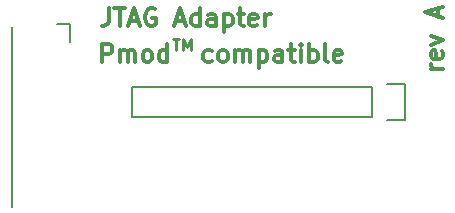
<source format=gbr>
G04 #@! TF.FileFunction,Legend,Top*
%FSLAX46Y46*%
G04 Gerber Fmt 4.6, Leading zero omitted, Abs format (unit mm)*
G04 Created by KiCad (PCBNEW 0.201512211246+6391~39~ubuntu15.04.1-stable) date Do 31 Dez 2015 10:57:25 CET*
%MOMM*%
G01*
G04 APERTURE LIST*
%ADD10C,0.100000*%
%ADD11C,0.300000*%
%ADD12C,0.250000*%
%ADD13C,0.150000*%
G04 APERTURE END LIST*
D10*
D11*
X167302571Y-102611713D02*
X166302571Y-102611713D01*
X166588286Y-102611713D02*
X166445429Y-102540285D01*
X166374000Y-102468856D01*
X166302571Y-102325999D01*
X166302571Y-102183142D01*
X167231143Y-101111714D02*
X167302571Y-101254571D01*
X167302571Y-101540285D01*
X167231143Y-101683142D01*
X167088286Y-101754571D01*
X166516857Y-101754571D01*
X166374000Y-101683142D01*
X166302571Y-101540285D01*
X166302571Y-101254571D01*
X166374000Y-101111714D01*
X166516857Y-101040285D01*
X166659714Y-101040285D01*
X166802571Y-101754571D01*
X166302571Y-100540285D02*
X167302571Y-100183142D01*
X166302571Y-99826000D01*
X166874000Y-98183143D02*
X166874000Y-97468857D01*
X167302571Y-98326000D02*
X165802571Y-97826000D01*
X167302571Y-97326000D01*
X147729429Y-101953143D02*
X147586572Y-102024571D01*
X147300858Y-102024571D01*
X147158000Y-101953143D01*
X147086572Y-101881714D01*
X147015143Y-101738857D01*
X147015143Y-101310286D01*
X147086572Y-101167429D01*
X147158000Y-101096000D01*
X147300858Y-101024571D01*
X147586572Y-101024571D01*
X147729429Y-101096000D01*
X148586572Y-102024571D02*
X148443714Y-101953143D01*
X148372286Y-101881714D01*
X148300857Y-101738857D01*
X148300857Y-101310286D01*
X148372286Y-101167429D01*
X148443714Y-101096000D01*
X148586572Y-101024571D01*
X148800857Y-101024571D01*
X148943714Y-101096000D01*
X149015143Y-101167429D01*
X149086572Y-101310286D01*
X149086572Y-101738857D01*
X149015143Y-101881714D01*
X148943714Y-101953143D01*
X148800857Y-102024571D01*
X148586572Y-102024571D01*
X149729429Y-102024571D02*
X149729429Y-101024571D01*
X149729429Y-101167429D02*
X149800857Y-101096000D01*
X149943715Y-101024571D01*
X150158000Y-101024571D01*
X150300857Y-101096000D01*
X150372286Y-101238857D01*
X150372286Y-102024571D01*
X150372286Y-101238857D02*
X150443715Y-101096000D01*
X150586572Y-101024571D01*
X150800857Y-101024571D01*
X150943715Y-101096000D01*
X151015143Y-101238857D01*
X151015143Y-102024571D01*
X151729429Y-101024571D02*
X151729429Y-102524571D01*
X151729429Y-101096000D02*
X151872286Y-101024571D01*
X152158000Y-101024571D01*
X152300857Y-101096000D01*
X152372286Y-101167429D01*
X152443715Y-101310286D01*
X152443715Y-101738857D01*
X152372286Y-101881714D01*
X152300857Y-101953143D01*
X152158000Y-102024571D01*
X151872286Y-102024571D01*
X151729429Y-101953143D01*
X153729429Y-102024571D02*
X153729429Y-101238857D01*
X153658000Y-101096000D01*
X153515143Y-101024571D01*
X153229429Y-101024571D01*
X153086572Y-101096000D01*
X153729429Y-101953143D02*
X153586572Y-102024571D01*
X153229429Y-102024571D01*
X153086572Y-101953143D01*
X153015143Y-101810286D01*
X153015143Y-101667429D01*
X153086572Y-101524571D01*
X153229429Y-101453143D01*
X153586572Y-101453143D01*
X153729429Y-101381714D01*
X154229429Y-101024571D02*
X154800858Y-101024571D01*
X154443715Y-100524571D02*
X154443715Y-101810286D01*
X154515143Y-101953143D01*
X154658001Y-102024571D01*
X154800858Y-102024571D01*
X155300858Y-102024571D02*
X155300858Y-101024571D01*
X155300858Y-100524571D02*
X155229429Y-100596000D01*
X155300858Y-100667429D01*
X155372286Y-100596000D01*
X155300858Y-100524571D01*
X155300858Y-100667429D01*
X156015144Y-102024571D02*
X156015144Y-100524571D01*
X156015144Y-101096000D02*
X156158001Y-101024571D01*
X156443715Y-101024571D01*
X156586572Y-101096000D01*
X156658001Y-101167429D01*
X156729430Y-101310286D01*
X156729430Y-101738857D01*
X156658001Y-101881714D01*
X156586572Y-101953143D01*
X156443715Y-102024571D01*
X156158001Y-102024571D01*
X156015144Y-101953143D01*
X157586573Y-102024571D02*
X157443715Y-101953143D01*
X157372287Y-101810286D01*
X157372287Y-100524571D01*
X158729429Y-101953143D02*
X158586572Y-102024571D01*
X158300858Y-102024571D01*
X158158001Y-101953143D01*
X158086572Y-101810286D01*
X158086572Y-101238857D01*
X158158001Y-101096000D01*
X158300858Y-101024571D01*
X158586572Y-101024571D01*
X158729429Y-101096000D01*
X158800858Y-101238857D01*
X158800858Y-101381714D01*
X158086572Y-101524571D01*
D12*
X144430857Y-100036381D02*
X145002286Y-100036381D01*
X144716571Y-101036381D02*
X144716571Y-100036381D01*
X145335619Y-101036381D02*
X145335619Y-100036381D01*
X145668953Y-100750667D01*
X146002286Y-100036381D01*
X146002286Y-101036381D01*
D11*
X138474000Y-102024571D02*
X138474000Y-100524571D01*
X139045428Y-100524571D01*
X139188286Y-100596000D01*
X139259714Y-100667429D01*
X139331143Y-100810286D01*
X139331143Y-101024571D01*
X139259714Y-101167429D01*
X139188286Y-101238857D01*
X139045428Y-101310286D01*
X138474000Y-101310286D01*
X139974000Y-102024571D02*
X139974000Y-101024571D01*
X139974000Y-101167429D02*
X140045428Y-101096000D01*
X140188286Y-101024571D01*
X140402571Y-101024571D01*
X140545428Y-101096000D01*
X140616857Y-101238857D01*
X140616857Y-102024571D01*
X140616857Y-101238857D02*
X140688286Y-101096000D01*
X140831143Y-101024571D01*
X141045428Y-101024571D01*
X141188286Y-101096000D01*
X141259714Y-101238857D01*
X141259714Y-102024571D01*
X142188286Y-102024571D02*
X142045428Y-101953143D01*
X141974000Y-101881714D01*
X141902571Y-101738857D01*
X141902571Y-101310286D01*
X141974000Y-101167429D01*
X142045428Y-101096000D01*
X142188286Y-101024571D01*
X142402571Y-101024571D01*
X142545428Y-101096000D01*
X142616857Y-101167429D01*
X142688286Y-101310286D01*
X142688286Y-101738857D01*
X142616857Y-101881714D01*
X142545428Y-101953143D01*
X142402571Y-102024571D01*
X142188286Y-102024571D01*
X143974000Y-102024571D02*
X143974000Y-100524571D01*
X143974000Y-101953143D02*
X143831143Y-102024571D01*
X143545429Y-102024571D01*
X143402571Y-101953143D01*
X143331143Y-101881714D01*
X143259714Y-101738857D01*
X143259714Y-101310286D01*
X143331143Y-101167429D01*
X143402571Y-101096000D01*
X143545429Y-101024571D01*
X143831143Y-101024571D01*
X143974000Y-101096000D01*
X139006286Y-97476571D02*
X139006286Y-98548000D01*
X138934858Y-98762286D01*
X138792001Y-98905143D01*
X138577715Y-98976571D01*
X138434858Y-98976571D01*
X139506286Y-97476571D02*
X140363429Y-97476571D01*
X139934858Y-98976571D02*
X139934858Y-97476571D01*
X140792000Y-98548000D02*
X141506286Y-98548000D01*
X140649143Y-98976571D02*
X141149143Y-97476571D01*
X141649143Y-98976571D01*
X142934857Y-97548000D02*
X142792000Y-97476571D01*
X142577714Y-97476571D01*
X142363429Y-97548000D01*
X142220571Y-97690857D01*
X142149143Y-97833714D01*
X142077714Y-98119429D01*
X142077714Y-98333714D01*
X142149143Y-98619429D01*
X142220571Y-98762286D01*
X142363429Y-98905143D01*
X142577714Y-98976571D01*
X142720571Y-98976571D01*
X142934857Y-98905143D01*
X143006286Y-98833714D01*
X143006286Y-98333714D01*
X142720571Y-98333714D01*
X144720571Y-98548000D02*
X145434857Y-98548000D01*
X144577714Y-98976571D02*
X145077714Y-97476571D01*
X145577714Y-98976571D01*
X146720571Y-98976571D02*
X146720571Y-97476571D01*
X146720571Y-98905143D02*
X146577714Y-98976571D01*
X146292000Y-98976571D01*
X146149142Y-98905143D01*
X146077714Y-98833714D01*
X146006285Y-98690857D01*
X146006285Y-98262286D01*
X146077714Y-98119429D01*
X146149142Y-98048000D01*
X146292000Y-97976571D01*
X146577714Y-97976571D01*
X146720571Y-98048000D01*
X148077714Y-98976571D02*
X148077714Y-98190857D01*
X148006285Y-98048000D01*
X147863428Y-97976571D01*
X147577714Y-97976571D01*
X147434857Y-98048000D01*
X148077714Y-98905143D02*
X147934857Y-98976571D01*
X147577714Y-98976571D01*
X147434857Y-98905143D01*
X147363428Y-98762286D01*
X147363428Y-98619429D01*
X147434857Y-98476571D01*
X147577714Y-98405143D01*
X147934857Y-98405143D01*
X148077714Y-98333714D01*
X148792000Y-97976571D02*
X148792000Y-99476571D01*
X148792000Y-98048000D02*
X148934857Y-97976571D01*
X149220571Y-97976571D01*
X149363428Y-98048000D01*
X149434857Y-98119429D01*
X149506286Y-98262286D01*
X149506286Y-98690857D01*
X149434857Y-98833714D01*
X149363428Y-98905143D01*
X149220571Y-98976571D01*
X148934857Y-98976571D01*
X148792000Y-98905143D01*
X149934857Y-97976571D02*
X150506286Y-97976571D01*
X150149143Y-97476571D02*
X150149143Y-98762286D01*
X150220571Y-98905143D01*
X150363429Y-98976571D01*
X150506286Y-98976571D01*
X151577714Y-98905143D02*
X151434857Y-98976571D01*
X151149143Y-98976571D01*
X151006286Y-98905143D01*
X150934857Y-98762286D01*
X150934857Y-98190857D01*
X151006286Y-98048000D01*
X151149143Y-97976571D01*
X151434857Y-97976571D01*
X151577714Y-98048000D01*
X151649143Y-98190857D01*
X151649143Y-98333714D01*
X150934857Y-98476571D01*
X152292000Y-98976571D02*
X152292000Y-97976571D01*
X152292000Y-98262286D02*
X152363428Y-98119429D01*
X152434857Y-98048000D01*
X152577714Y-97976571D01*
X152720571Y-97976571D01*
D13*
X161290000Y-104140000D02*
X140970000Y-104140000D01*
X140970000Y-104140000D02*
X140970000Y-106680000D01*
X140970000Y-106680000D02*
X161290000Y-106680000D01*
X164110000Y-103860000D02*
X162560000Y-103860000D01*
X161290000Y-104140000D02*
X161290000Y-106680000D01*
X162560000Y-106960000D02*
X164110000Y-106960000D01*
X164110000Y-106960000D02*
X164110000Y-103860000D01*
X130810000Y-111760000D02*
X130810000Y-114300000D01*
X130810000Y-109220000D02*
X130810000Y-111760000D01*
X130810000Y-106680000D02*
X130810000Y-109220000D01*
X130810000Y-104140000D02*
X130810000Y-106680000D01*
X130810000Y-101600000D02*
X130810000Y-104140000D01*
X130810000Y-99060000D02*
X130810000Y-101600000D01*
X135770000Y-100330000D02*
X135770000Y-98780000D01*
X135770000Y-98780000D02*
X134620000Y-98780000D01*
M02*

</source>
